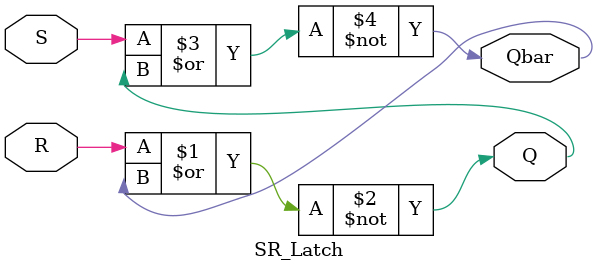
<source format=v>
`timescale 1ns / 1ps

module SR_Latch(input S, R, output Q, Qbar);
     nor #1 N1(Q, R, Qbar);
     nor #1 N2(Qbar, S, Q);
endmodule
</source>
